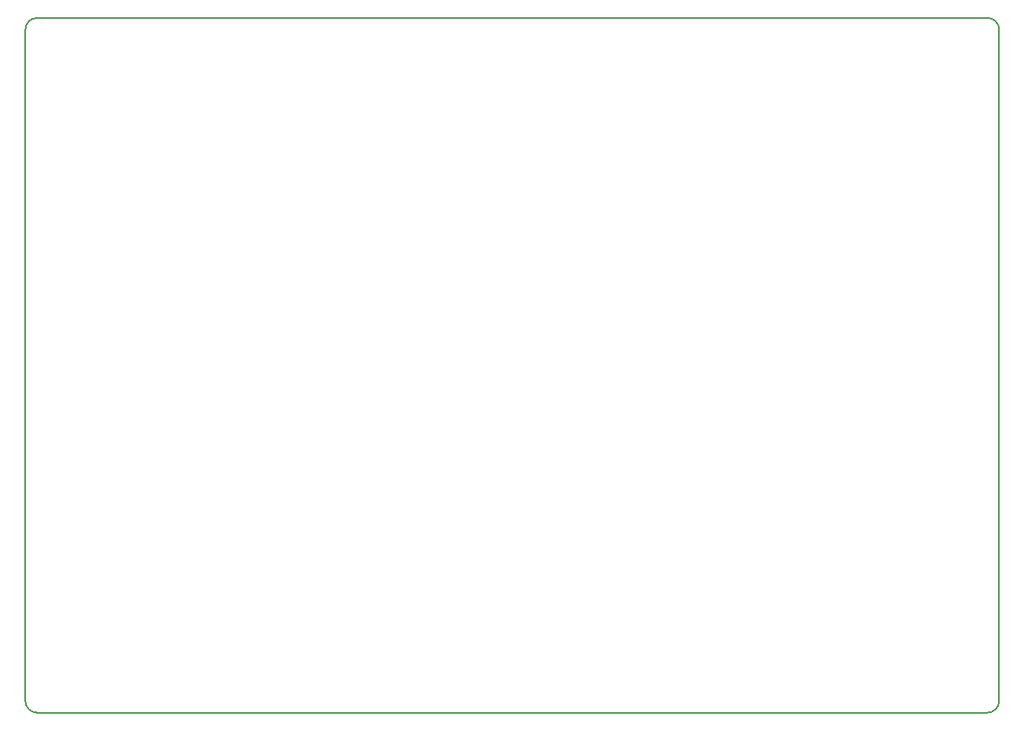
<source format=gm1>
G04 Layer_Color=16711935*
%FSLAX44Y44*%
%MOMM*%
G71*
G01*
G75*
%ADD28C,0.2000*%
D28*
X12700Y800000D02*
G03*
X0Y787300I0J-12700D01*
G01*
X1050000D02*
G03*
X1037300Y800000I-12700J0D01*
G01*
Y50000D02*
G03*
X1050000Y62700I0J12700D01*
G01*
X0D02*
G03*
X12700Y50000I12700J0D01*
G01*
X1050000Y62700D02*
Y75000D01*
X1025000Y50000D02*
X1037300D01*
X25000D02*
X1025000D01*
X12700D02*
X25000D01*
X0Y62700D02*
Y75000D01*
X1050000D02*
Y112700D01*
X0Y75000D02*
Y112700D01*
X1050000D02*
Y125000D01*
Y755000D01*
X0Y112700D02*
Y125000D01*
Y775000D01*
X1025000Y800000D02*
X1037300D01*
X1050000Y775000D02*
Y787300D01*
Y755000D02*
Y775000D01*
X49000Y800000D02*
X1025000D01*
X12700D02*
X50000D01*
X0Y775000D02*
Y787300D01*
M02*

</source>
